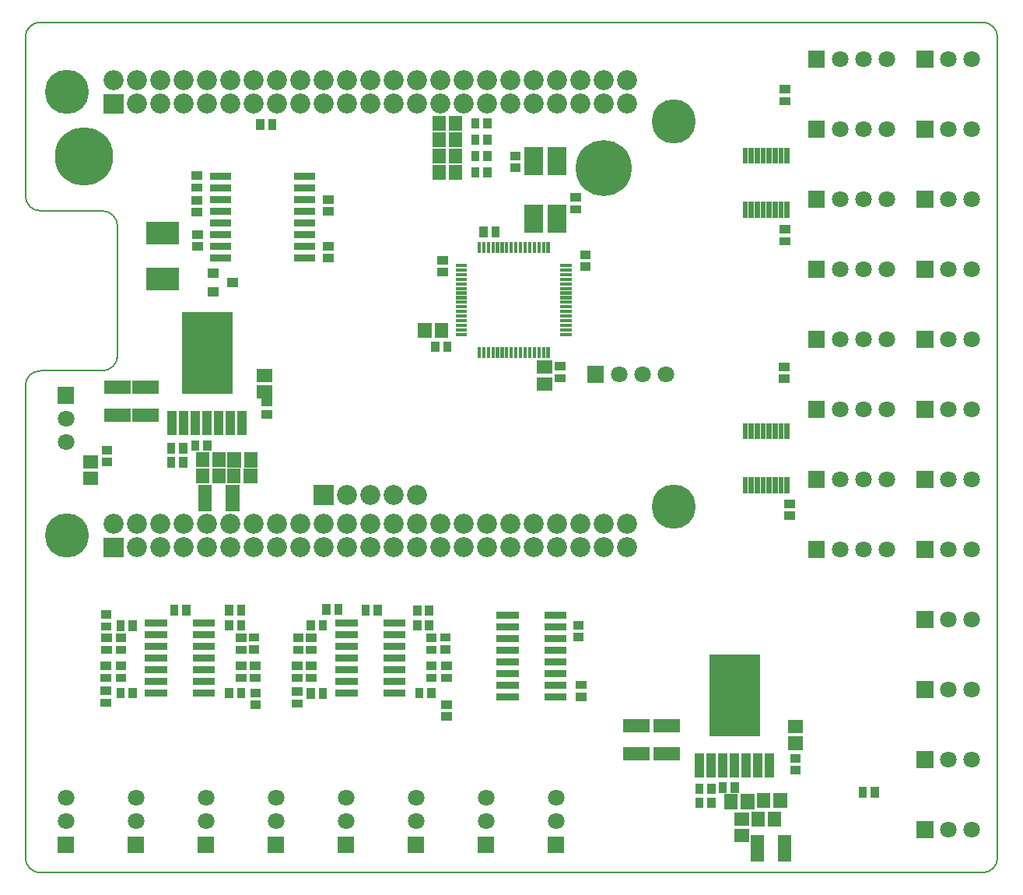
<source format=gbr>
G04 start of page 8 for group -4063 idx -4063 *
G04 Title: 971 BBB Cape, componentmask *
G04 Creator: pcb 20110918 *
G04 CreationDate: Sun Jan 19 01:17:08 2014 UTC *
G04 For: brians *
G04 Format: Gerber/RS-274X *
G04 PCB-Dimensions: 500000 400000 *
G04 PCB-Coordinate-Origin: lower left *
%MOIN*%
%FSLAX25Y25*%
%LNTOPMASK*%
%ADD291R,0.0808X0.0808*%
%ADD290R,0.0987X0.0987*%
%ADD289R,0.0140X0.0140*%
%ADD288R,0.0400X0.0400*%
%ADD287R,0.0230X0.0230*%
%ADD286R,0.0410X0.0410*%
%ADD285R,0.0355X0.0355*%
%ADD284R,0.0300X0.0300*%
%ADD283R,0.0572X0.0572*%
%ADD282R,0.2166X0.2166*%
%ADD281C,0.2500*%
%ADD280C,0.0860*%
%ADD279C,0.2400*%
%ADD278C,0.1890*%
%ADD277C,0.0001*%
%ADD276C,0.0710*%
%ADD275C,0.0250*%
%ADD274C,0.0080*%
G54D274*X68000Y42000D02*Y244000D01*
X74500Y250500D02*X101000D01*
X107500Y256000D02*Y312500D01*
X101000Y319000D02*X74500D01*
X68000Y325500D02*Y393300D01*
X484600D02*Y42000D01*
X479100Y35500D02*X73500D01*
G54D275*X189949Y136059D02*X189890Y136000D01*
G54D274*X74500Y399800D02*X478100D01*
X74500Y35500D02*G75*G02X68000Y42000I0J6500D01*G01*
Y244000D02*G75*G02X74500Y250500I6500J0D01*G01*
X107500Y257000D02*G75*G02X101000Y250500I-6500J0D01*G01*
Y319000D02*G75*G02X107500Y312500I0J-6500D01*G01*
X74500Y319000D02*G75*G02X68000Y325500I0J6500D01*G01*
X478100Y399800D02*G75*G02X484600Y393300I0J-6500D01*G01*
Y42000D02*G75*G02X478100Y35500I-6500J0D01*G01*
X68000Y393300D02*G75*G02X74500Y399800I6500J0D01*G01*
G54D276*X417000Y384000D03*
Y294000D03*
Y354000D03*
X427000Y384000D03*
Y294000D03*
Y354000D03*
G54D277*G36*
X403450Y357550D02*Y350450D01*
X410550D01*
Y357550D01*
X403450D01*
G37*
G54D278*X345799Y357329D03*
G54D279*X315799Y337329D03*
G54D278*X85799Y369829D03*
G54D280*X105799Y374829D03*
G54D277*G36*
X101499Y369129D02*Y360529D01*
X110099D01*
Y369129D01*
X101499D01*
G37*
G54D280*X115799Y374829D03*
Y364829D03*
X125799Y374829D03*
Y364829D03*
X135799Y374829D03*
Y364829D03*
G54D281*X93299Y342329D03*
G54D280*X145799Y374829D03*
Y364829D03*
X155799D03*
X165799D03*
X155799Y374829D03*
X165799D03*
X175799D03*
X185799D03*
X195799D03*
X205799D03*
X175799Y364829D03*
X185799D03*
X195799D03*
X205799D03*
X215799Y374829D03*
X225799D03*
X235799D03*
X215799Y364829D03*
X225799D03*
X235799D03*
X245799D03*
X255799D03*
X265799D03*
X245799Y374829D03*
X255799D03*
X265799D03*
X275799D03*
Y364829D03*
X285799Y374829D03*
X295799D03*
X305799D03*
X315799D03*
X325799D03*
X285799Y364829D03*
X295799D03*
X305799D03*
X315799D03*
X325799D03*
G54D277*G36*
X449950Y267550D02*Y260450D01*
X457050D01*
Y267550D01*
X449950D01*
G37*
G36*
Y207550D02*Y200450D01*
X457050D01*
Y207550D01*
X449950D01*
G37*
G36*
Y177550D02*Y170450D01*
X457050D01*
Y177550D01*
X449950D01*
G37*
G54D276*X463500Y264000D03*
Y204000D03*
Y174000D03*
Y144000D03*
Y114000D03*
Y84000D03*
X473500Y264000D03*
Y204000D03*
Y174000D03*
Y144000D03*
Y114000D03*
Y84000D03*
G54D277*G36*
X449950Y237550D02*Y230450D01*
X457050D01*
Y237550D01*
X449950D01*
G37*
G54D276*X463500Y234000D03*
X473500D03*
G54D277*G36*
X449950Y147550D02*Y140450D01*
X457050D01*
Y147550D01*
X449950D01*
G37*
G36*
Y117550D02*Y110450D01*
X457050D01*
Y117550D01*
X449950D01*
G37*
G36*
Y87550D02*Y80450D01*
X457050D01*
Y87550D01*
X449950D01*
G37*
G36*
Y57550D02*Y50450D01*
X457050D01*
Y57550D01*
X449950D01*
G37*
G54D276*X463500Y54000D03*
X473500D03*
G54D277*G36*
X449950Y327550D02*Y320450D01*
X457050D01*
Y327550D01*
X449950D01*
G37*
G54D276*X463500Y324000D03*
X473500D03*
G54D277*G36*
X449950Y297550D02*Y290450D01*
X457050D01*
Y297550D01*
X449950D01*
G37*
G54D276*X463500Y294000D03*
X473500D03*
X437000Y324000D03*
G54D277*G36*
X308891Y252550D02*Y245450D01*
X315991D01*
Y252550D01*
X308891D01*
G37*
G54D276*X322441Y249000D03*
X332441D03*
X342441D03*
G54D278*X345799Y192329D03*
G54D277*G36*
X449950Y387550D02*Y380450D01*
X457050D01*
Y387550D01*
X449950D01*
G37*
G54D276*X463500Y384000D03*
X473500D03*
G54D277*G36*
X403450Y387550D02*Y380450D01*
X410550D01*
Y387550D01*
X403450D01*
G37*
G36*
Y297550D02*Y290450D01*
X410550D01*
Y297550D01*
X403450D01*
G37*
G36*
Y327550D02*Y320450D01*
X410550D01*
Y327550D01*
X403450D01*
G37*
G54D276*X417000Y324000D03*
X427000D03*
G54D277*G36*
X449950Y357550D02*Y350450D01*
X457050D01*
Y357550D01*
X449950D01*
G37*
G54D276*X437000Y354000D03*
X463500D03*
X473500D03*
X437000Y384000D03*
Y174000D03*
Y204000D03*
Y234000D03*
Y264000D03*
Y294000D03*
G54D277*G36*
X403450Y177550D02*Y170450D01*
X410550D01*
Y177550D01*
X403450D01*
G37*
G36*
Y207550D02*Y200450D01*
X410550D01*
Y207550D01*
X403450D01*
G37*
G36*
Y237550D02*Y230450D01*
X410550D01*
Y237550D01*
X403450D01*
G37*
G36*
Y267550D02*Y260450D01*
X410550D01*
Y267550D01*
X403450D01*
G37*
G54D276*X417000Y174000D03*
Y204000D03*
Y234000D03*
Y264000D03*
X427000Y174000D03*
Y204000D03*
Y234000D03*
Y264000D03*
G54D277*G36*
X201891Y51050D02*Y43950D01*
X208991D01*
Y51050D01*
X201891D01*
G37*
G54D276*X205441Y57500D03*
Y67500D03*
G54D277*G36*
X231891Y51050D02*Y43950D01*
X238991D01*
Y51050D01*
X231891D01*
G37*
G54D276*X235441Y57500D03*
Y67500D03*
G54D277*G36*
X261891Y51050D02*Y43950D01*
X268991D01*
Y51050D01*
X261891D01*
G37*
G36*
X171891D02*Y43950D01*
X178991D01*
Y51050D01*
X171891D01*
G37*
G36*
X141891D02*Y43950D01*
X148991D01*
Y51050D01*
X141891D01*
G37*
G36*
X111891D02*Y43950D01*
X118991D01*
Y51050D01*
X111891D01*
G37*
G36*
X81891D02*Y43950D01*
X88991D01*
Y51050D01*
X81891D01*
G37*
G54D276*X265441Y57500D03*
X175441D03*
X145441D03*
X115441D03*
X85441D03*
X265441Y67500D03*
X175441D03*
G54D277*G36*
X291891Y51050D02*Y43950D01*
X298991D01*
Y51050D01*
X291891D01*
G37*
G54D276*X295441Y57500D03*
Y67500D03*
X145441D03*
X115441D03*
X85441D03*
G54D278*X85799Y179829D03*
G54D280*X105799Y184829D03*
G54D277*G36*
X101499Y179129D02*Y170529D01*
X110099D01*
Y179129D01*
X101499D01*
G37*
G54D280*X115799Y184829D03*
Y174829D03*
X125799Y184829D03*
Y174829D03*
G54D277*G36*
X81891Y243550D02*Y236450D01*
X88991D01*
Y243550D01*
X81891D01*
G37*
G54D276*X85441Y230000D03*
Y220000D03*
G54D280*X135799Y184829D03*
X145799D03*
X155799D03*
X135799Y174829D03*
X145799D03*
X155799D03*
X165799Y184829D03*
X175799D03*
X185799D03*
X195799D03*
X165799Y174829D03*
X175799D03*
X185799D03*
X195799D03*
G54D277*G36*
X191499Y201629D02*Y193029D01*
X200099D01*
Y201629D01*
X191499D01*
G37*
G54D280*X205799Y197329D03*
X215799D03*
X225799D03*
X235799D03*
X205799Y184829D03*
X215799D03*
X225799D03*
X205799Y174829D03*
X215799D03*
X225799D03*
X235799D03*
X245799D03*
X255799D03*
X235799Y184829D03*
X245799D03*
X255799D03*
X265799D03*
Y174829D03*
X275799Y184829D03*
X285799D03*
X295799D03*
X305799D03*
X315799D03*
X325799D03*
X275799Y174829D03*
X285799D03*
X295799D03*
X305799D03*
X315799D03*
X325799D03*
G54D282*X371941Y118193D02*Y104807D01*
G54D283*X397548Y98042D02*X398334D01*
G54D284*X271438Y125822D02*X277938D01*
X291938D02*X298438D01*
X291938Y130822D02*X298438D01*
X291938Y135822D02*X298438D01*
X291938Y140822D02*X298438D01*
X291938Y145822D02*X298438D01*
X271438Y120822D02*X277938D01*
X271438Y115822D02*X277938D01*
X271438Y110822D02*X277938D01*
X291938D02*X298438D01*
X291938Y115822D02*X298438D01*
X291938Y120822D02*X298438D01*
G54D285*X235941Y141992D02*Y141008D01*
X241059Y141992D02*Y141008D01*
X241073Y148246D02*Y147262D01*
X235955Y148246D02*Y147262D01*
X247516Y131149D02*X248500D01*
X247516Y136267D02*X248500D01*
X247949Y124059D02*X248933D01*
X247949Y118941D02*X248933D01*
X247949Y107559D02*X248933D01*
X247949Y102441D02*X248933D01*
X183949Y124059D02*X184933D01*
X183949Y118941D02*X184933D01*
X183949Y113059D02*X184933D01*
X183949Y107941D02*X184933D01*
X184491Y130953D02*X185475D01*
X184491Y136071D02*X185475D01*
X197000Y148838D02*Y147854D01*
X202118Y148838D02*Y147854D01*
X432000Y70492D02*Y69508D01*
X426882Y70492D02*Y69508D01*
G54D283*X340186Y98404D02*X345696D01*
X340186Y86594D02*X345696D01*
X327186D02*X332696D01*
X397548Y90956D02*X398334D01*
X327186Y98404D02*X332696D01*
G54D285*X372000Y72491D02*Y71507D01*
X366882Y72491D02*Y71507D01*
X356823Y71992D02*Y71008D01*
X361941Y71992D02*Y71008D01*
X356823Y65992D02*Y65008D01*
X361941Y65992D02*Y65008D01*
G54D283*X374548Y51413D02*X375334D01*
X381536Y48755D02*Y43245D01*
X393346Y48755D02*Y43245D01*
X374548Y58499D02*X375334D01*
X381898Y58893D02*Y58107D01*
X388984Y58893D02*Y58107D01*
G54D286*X356941Y84728D02*Y78429D01*
X361941Y84728D02*Y78429D01*
G54D283*X370398Y66393D02*Y65607D01*
X377484Y66393D02*Y65607D01*
X384398Y66893D02*Y66107D01*
X391484Y66893D02*Y66107D01*
G54D286*X366941Y84728D02*Y78429D01*
X371941Y84728D02*Y78429D01*
X376941Y84728D02*Y78429D01*
X381941Y84728D02*Y78429D01*
X386941Y84728D02*Y78429D01*
G54D285*X397449Y79381D02*X398433D01*
X397449Y84499D02*X398433D01*
X394949Y188441D02*X395933D01*
X394949Y193559D02*X395933D01*
G54D287*X394397Y203689D02*Y199083D01*
X376485Y203689D02*Y199083D01*
X379044Y203689D02*Y199083D01*
X381603Y203689D02*Y199083D01*
X384162Y203689D02*Y199083D01*
X386720Y203689D02*Y199083D01*
X389279Y203689D02*Y199083D01*
X391838Y203689D02*Y199083D01*
G54D285*X392643Y247056D02*X393627D01*
X392643Y252174D02*X393627D01*
G54D287*X394397Y226917D02*Y222311D01*
X391838Y226917D02*Y222311D01*
X389279Y226917D02*Y222311D01*
X386720Y226917D02*Y222311D01*
X384162Y226917D02*Y222311D01*
X381603Y226917D02*Y222311D01*
X379044Y226917D02*Y222311D01*
X376485Y226917D02*Y222311D01*
G54D285*X392949Y365941D02*X393933D01*
X392949Y371059D02*X393933D01*
G54D287*X394397Y344917D02*Y340311D01*
X391838Y344917D02*Y340311D01*
X389279Y344917D02*Y340311D01*
X386720Y344917D02*Y340311D01*
X389279Y321689D02*Y317083D01*
X391838Y321689D02*Y317083D01*
X394397Y321689D02*Y317083D01*
X384162Y344917D02*Y340311D01*
Y321689D02*Y317083D01*
X386720Y321689D02*Y317083D01*
X381603Y344917D02*Y340311D01*
Y321689D02*Y317083D01*
X379044Y344917D02*Y340311D01*
X376485Y344917D02*Y340311D01*
Y321689D02*Y317083D01*
X379044Y321689D02*Y317083D01*
G54D285*X392949Y306000D02*X393933D01*
X392949Y311118D02*X393933D01*
G54D283*X245312Y349893D02*Y349107D01*
Y342893D02*Y342107D01*
X245355Y356893D02*Y356107D01*
X252398Y349893D02*Y349107D01*
G54D285*X265957Y349992D02*Y349008D01*
X260839Y349992D02*Y349008D01*
G54D283*X245355Y335893D02*Y335107D01*
X252441Y335893D02*Y335107D01*
G54D285*X266000Y335992D02*Y335008D01*
X260882Y335992D02*Y335008D01*
X265957Y342992D02*Y342008D01*
X260839Y342992D02*Y342008D01*
G54D283*X252398Y342893D02*Y342107D01*
G54D285*X266000Y356992D02*Y356008D01*
X260882Y356992D02*Y356008D01*
G54D283*X252441Y356893D02*Y356107D01*
G54D285*X246335Y292732D02*X247319D01*
G54D288*X148299Y292229D02*X148899D01*
X148299Y284429D02*X148899D01*
X156499Y288329D02*X157099D01*
G54D284*X184799Y298829D02*X190799D01*
X184799Y303829D02*X190799D01*
G54D285*X197307Y303888D02*X198291D01*
G54D284*X184799Y308829D02*X190799D01*
X184799Y313829D02*X190799D01*
X184799Y318829D02*X190799D01*
G54D285*X197307Y318770D02*X198291D01*
X197307Y298770D02*X198291D01*
X168732Y356454D02*Y355470D01*
X173850Y356454D02*Y355470D01*
G54D284*X148799Y333829D02*X154799D01*
X148799Y328829D02*X154799D01*
X148799Y323829D02*X154799D01*
X184799D02*X190799D01*
X184799Y328829D02*X190799D01*
X184799Y333829D02*X190799D01*
G54D285*X197307Y323888D02*X198291D01*
G54D284*X148799Y318829D02*X154799D01*
X148799Y313829D02*X154799D01*
X148799Y308829D02*X154799D01*
X148799Y303829D02*X154799D01*
X148799Y298829D02*X154799D01*
G54D285*X140949Y334059D02*X141933D01*
X140949Y328941D02*X141933D01*
X140949Y323559D02*X141933D01*
X140949Y318441D02*X141933D01*
X141307Y303770D02*X142291D01*
X141307Y308888D02*X142291D01*
X246335Y297850D02*X247319D01*
G54D289*X253106Y295592D02*X256504D01*
G54D285*X269500Y310492D02*Y309508D01*
X264382Y310492D02*Y309508D01*
G54D289*X268381Y304963D02*Y301565D01*
X266413Y304963D02*Y301565D01*
X264444Y304963D02*Y301565D01*
X262476Y304963D02*Y301565D01*
X253106Y293624D02*X256504D01*
X253106Y291655D02*X256504D01*
X253106Y289687D02*X256504D01*
X253106Y287718D02*X256504D01*
X253106Y285750D02*X256504D01*
X253106Y283781D02*X256504D01*
G54D285*X296748Y247270D02*X297732D01*
G54D283*X290048Y244914D02*X290834D01*
G54D289*X292004Y260093D02*Y256695D01*
G54D283*X170048Y248543D02*X170834D01*
X170048Y241457D02*X170834D01*
G54D285*X170949Y231882D02*X171933D01*
X170949Y237000D02*X171933D01*
G54D289*X274288Y260093D02*Y256695D01*
X276256Y260093D02*Y256695D01*
X278225Y260093D02*Y256695D01*
X280193Y260093D02*Y256695D01*
X282162Y260093D02*Y256695D01*
X284130Y260093D02*Y256695D01*
X286099Y260093D02*Y256695D01*
X288067Y260093D02*Y256695D01*
X290036Y260093D02*Y256695D01*
G54D285*X243681Y261321D02*Y260337D01*
G54D283*X239154Y268222D02*Y267436D01*
X246240Y268222D02*Y267436D01*
G54D289*X253106Y270002D02*X256504D01*
X253106Y268033D02*X256504D01*
X253106Y266065D02*X256504D01*
G54D285*X248799Y261321D02*Y260337D01*
G54D289*X262477Y260093D02*Y256695D01*
X264445Y260093D02*Y256695D01*
X266414Y260093D02*Y256695D01*
X268382Y260093D02*Y256695D01*
X270351Y260093D02*Y256695D01*
X272319Y260093D02*Y256695D01*
G54D290*X124831Y309514D02*X128768D01*
X124831Y289829D02*X128768D01*
G54D283*X104816Y243370D02*X110326D01*
X104816Y231560D02*X110326D01*
X116816Y243370D02*X122326D01*
X116816Y231560D02*X122326D01*
G54D286*X130941Y231228D02*Y224929D01*
X135941Y231228D02*Y224929D01*
X140941Y231228D02*Y224929D01*
G54D282*X145941Y264693D02*Y251307D01*
G54D283*X95548Y204457D02*X96334D01*
X95548Y211543D02*X96334D01*
G54D285*X102449Y216559D02*X103433D01*
X102449Y211441D02*X103433D01*
G54D283*X150984Y212893D02*Y212107D01*
G54D286*X145941Y231228D02*Y224929D01*
G54D285*X146000Y218992D02*Y218008D01*
G54D283*X145036Y198755D02*Y193245D01*
G54D286*X150941Y231228D02*Y224929D01*
X155941Y231228D02*Y224929D01*
X160941Y231228D02*Y224929D01*
G54D285*X140882Y218992D02*Y218008D01*
X130453Y217862D02*Y216878D01*
X135571Y217862D02*Y216878D01*
X130453Y211862D02*Y210878D01*
X135571Y211862D02*Y210878D01*
G54D283*X143898Y205893D02*Y205107D01*
X150984Y205893D02*Y205107D01*
X143898Y212893D02*Y212107D01*
X156846Y198755D02*Y193245D01*
X157398Y205893D02*Y205107D01*
X164484Y205893D02*Y205107D01*
X157485Y212763D02*Y211977D01*
X164571Y212763D02*Y211977D01*
G54D285*X189949Y124059D02*X190933D01*
X189949Y118941D02*X190933D01*
X195475Y112832D02*Y111848D01*
X190357Y112832D02*Y111848D01*
X189949Y130941D02*X190933D01*
X189949Y136059D02*X190933D01*
G54D284*X202441Y142500D02*X208941D01*
X202441Y137500D02*X208941D01*
X202441Y132500D02*X208941D01*
G54D285*X195500Y141992D02*Y141008D01*
X190382Y141992D02*Y141008D01*
X113975Y141832D02*Y140848D01*
X108857Y141832D02*Y140848D01*
X102191Y140958D02*X103175D01*
X102191Y146076D02*X103175D01*
X108449Y130941D02*X109433D01*
X108449Y136059D02*X109433D01*
X102298Y131017D02*X103282D01*
X102298Y136135D02*X103282D01*
X155382Y112992D02*Y112008D01*
G54D284*X141166Y112340D02*X147666D01*
X141166Y117340D02*X147666D01*
G54D285*X166166Y112568D02*X167150D01*
X166166Y107450D02*X167150D01*
X160500Y112992D02*Y112008D01*
X159949Y130941D02*X160933D01*
X159949Y136059D02*X160933D01*
X159949Y124059D02*X160933D01*
X159949Y118941D02*X160933D01*
G54D284*X141166Y122340D02*X147666D01*
X141166Y127340D02*X147666D01*
X141166Y132340D02*X147666D01*
X141166Y137340D02*X147666D01*
X141166Y142340D02*X147666D01*
G54D285*X137000Y148492D02*Y147508D01*
X131882Y148492D02*Y147508D01*
X155382Y141992D02*Y141008D01*
X155416Y148497D02*Y147513D01*
X160500Y141992D02*Y141008D01*
X165483Y131219D02*X166467D01*
X165483Y136337D02*X166467D01*
X160534Y148497D02*Y147513D01*
X165949Y124059D02*X166933D01*
X165949Y118941D02*X166933D01*
G54D284*X120666Y142340D02*X127166D01*
X120666Y137340D02*X127166D01*
X120666Y132340D02*X127166D01*
X120666Y127340D02*X127166D01*
X120666Y122340D02*X127166D01*
X120666Y117340D02*X127166D01*
X120666Y112340D02*X127166D01*
G54D285*X114000Y112992D02*Y112008D01*
X108882Y112992D02*Y112008D01*
X101909Y113435D02*X102893D01*
X101909Y108317D02*X102893D01*
X108449Y124059D02*X109433D01*
X108449Y118941D02*X109433D01*
X101949Y124059D02*X102933D01*
X101949Y118941D02*X102933D01*
X241449Y130941D02*X242433D01*
X241449Y136059D02*X242433D01*
G54D284*X222941Y112500D02*X229441D01*
X222941Y117500D02*X229441D01*
X222941Y122500D02*X229441D01*
X222941Y127500D02*X229441D01*
X222941Y132500D02*X229441D01*
X222941Y137500D02*X229441D01*
X222941Y142500D02*X229441D01*
G54D285*X219000Y148492D02*Y147508D01*
X213882Y148492D02*Y147508D01*
G54D284*X202441Y127500D02*X208941D01*
X202441Y122500D02*X208941D01*
X202441Y117500D02*X208941D01*
X202441Y112500D02*X208941D01*
G54D285*X236882Y112992D02*Y112008D01*
X242000Y112992D02*Y112008D01*
X241449Y124059D02*X242433D01*
X241449Y118941D02*X242433D01*
X305696Y110822D02*X306680D01*
X305696Y115940D02*X306680D01*
X304472Y136450D02*X305456D01*
X304472Y141568D02*X305456D01*
G54D284*X271438Y145822D02*X277938D01*
X271438Y140822D02*X277938D01*
X271438Y135822D02*X277938D01*
X271438Y130822D02*X277938D01*
G54D291*X295941Y342350D02*Y338450D01*
X285941Y342350D02*Y338450D01*
G54D285*X277449Y342559D02*X278433D01*
X277449Y337441D02*X278433D01*
G54D291*X295941Y317550D02*Y313650D01*
G54D285*X303365Y324772D02*X304349D01*
X303365Y319654D02*X304349D01*
X307462Y295038D02*X308446D01*
X307462Y300156D02*X308446D01*
G54D289*X297976Y295593D02*X301374D01*
G54D291*X285941Y317550D02*Y313650D01*
G54D289*X292003Y304963D02*Y301565D01*
X290035Y304963D02*Y301565D01*
X288066Y304963D02*Y301565D01*
X286098Y304963D02*Y301565D01*
X284129Y304963D02*Y301565D01*
X282161Y304963D02*Y301565D01*
X297976Y293625D02*X301374D01*
X280192Y304963D02*Y301565D01*
X278224Y304963D02*Y301565D01*
X276255Y304963D02*Y301565D01*
X274287Y304963D02*Y301565D01*
X272318Y304963D02*Y301565D01*
X270350Y304963D02*Y301565D01*
X253106Y281813D02*X256504D01*
X253106Y279844D02*X256504D01*
X253106Y277876D02*X256504D01*
X253106Y275907D02*X256504D01*
X253106Y273939D02*X256504D01*
X253106Y271970D02*X256504D01*
G54D285*X296748Y252388D02*X297732D01*
G54D283*X290048Y252000D02*X290834D01*
G54D289*X297976Y266066D02*X301374D01*
X297976Y268034D02*X301374D01*
X297976Y270003D02*X301374D01*
X297976Y271971D02*X301374D01*
X297976Y273940D02*X301374D01*
X297976Y275908D02*X301374D01*
X297976Y277877D02*X301374D01*
X297976Y279845D02*X301374D01*
X297976Y281814D02*X301374D01*
X297976Y283782D02*X301374D01*
X297976Y285751D02*X301374D01*
X297976Y287719D02*X301374D01*
X297976Y289688D02*X301374D01*
X297976Y291656D02*X301374D01*
M02*

</source>
